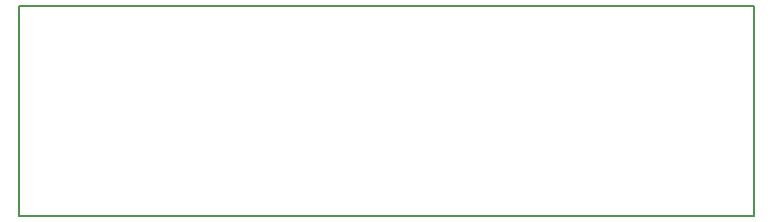
<source format=gm1>
G04 #@! TF.FileFunction,Profile,NP*
%FSLAX46Y46*%
G04 Gerber Fmt 4.6, Leading zero omitted, Abs format (unit mm)*
G04 Created by KiCad (PCBNEW 4.0.7-e2-6376~58~ubuntu16.04.1) date Thu Apr  5 16:02:04 2018*
%MOMM*%
%LPD*%
G01*
G04 APERTURE LIST*
%ADD10C,0.100000*%
%ADD11C,0.150000*%
G04 APERTURE END LIST*
D10*
D11*
X187960000Y-95250000D02*
X125730000Y-95250000D01*
X187960000Y-113030000D02*
X187960000Y-95250000D01*
X184150000Y-113030000D02*
X187960000Y-113030000D01*
X125730000Y-113030000D02*
X184150000Y-113030000D01*
X125730000Y-95250000D02*
X125730000Y-113030000D01*
M02*

</source>
